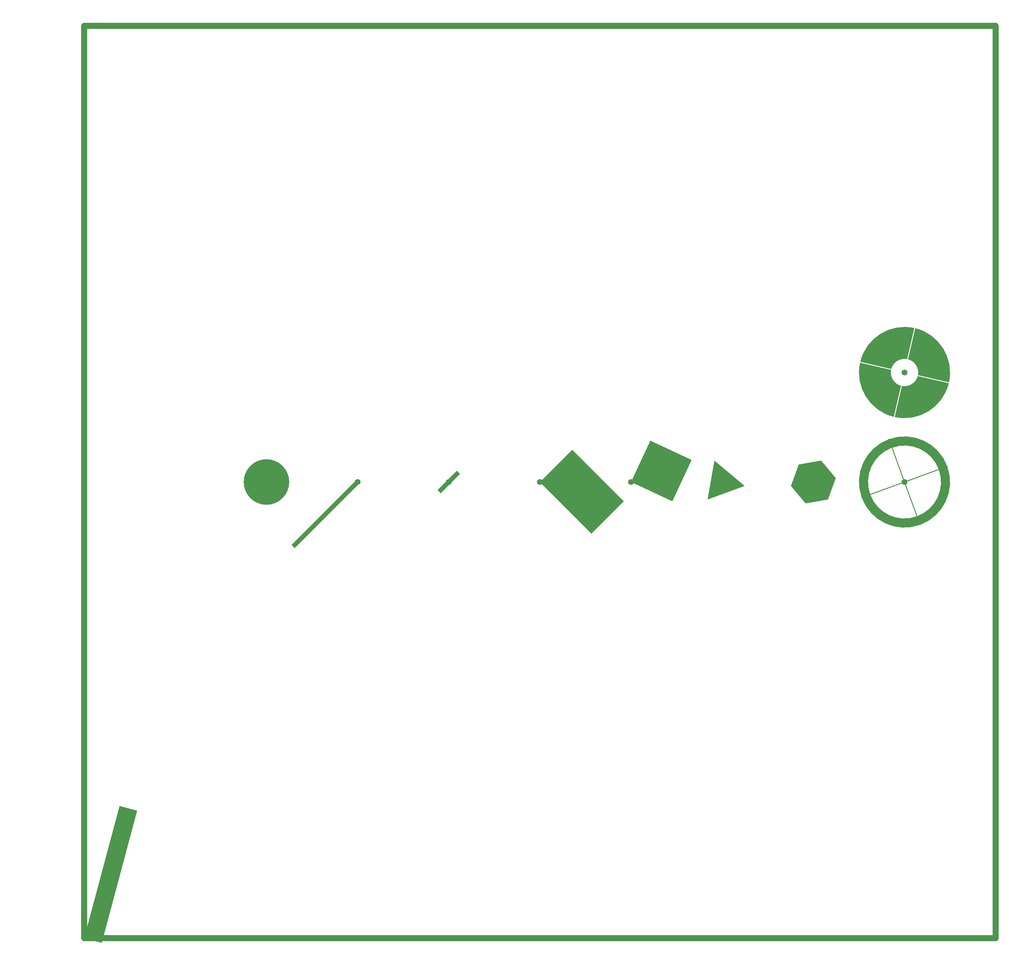
<source format=gbr>
G04 Verification of all aperture macros *
G04 Handcoded by Stefan Petersen *
%MOIN*%
%FSLAX23Y23*%
%OFA0.0000B0.0000*%
G90*
%AMCIRCLE*
0 this is a comment*
1,1,$1,0,0*
%
%AMVECTOR*
2,1,$1,0,0,$2,$3,-135*
%
%AMVECTOR1*
2,1,0.3,0,0,1,1,-15*
%
%AMLINE1*
21,1,$1,$2,0,0,-135*
%
%AMLINE*
21,1,0.3,0.03,0,0,-135*
%
%AMLINE2*
22,1,$1,$2,0,0,-45*
%
%AMLINELOWLEFT*
22,1,0.2,1.5,0,0,-15*
%
%AMOUTLINE*
4,1,3,0.0,0.0,0.0,0.5,0.5,0.5,0.5,0.0,-25*
%
%AMPOLYGON*
5,1,$1,0,0,0.5,$2*
%
%AMMOIRE*
6,0,0,1.0,0.1,0.4,2,0.01,1,20*
%
%AMTHERMAL*
7,0,0,1.0,0.3,0.01,-13*
%
%ADD10C,0.0650*%
%ADD11CIRCLE,.5*%
%ADD12VECTOR,0.05X1X0*%
%ADD13LINE1,0.3X0.05*%
%ADD14LINE2,0.8X0.5*%
%ADD15OUTLINE*%
%ADD16POLYGON,3X-10*%
%ADD17POLYGON,6X10*%
%ADD18MOIRE*%
%ADD19THERMAL*%
%ADD20LINELOWLEFT*%
G04 Outline*
X0Y0D02*
G54D10*
X0Y0D01*
X10000D01*
Y10000D01*
X0D01*
Y0D01*
G04 Dots *
X2000Y5000D03*
X3000D03*
X4000D03*
X5000D03*
X6000D03*
X7000D03*
X8000D03*
X9000D03*
Y6200X9000D03*
G04 Draw circle*
G54D11*
X2000Y5000D03*
G04 Draw line vector *
G54D12*
X3000D03*
G04 Draw line center *
G54D13*
X4000D03*
G04 Draw line lower left *
G54D14*
X5000D03*
G04 Draw outline *
G54D15*
X6000D03*
G04 Draw polygon 1 *
G54D16*
X7000D03*
G04 Draw polygon 1 *
G54D17*
X8000D03*
G04 Draw Moire *
G54D18*
X9000D03*
G04 Draw vector at 0,0*
G54D20*
X00000Y00000D03*
G04 Draw Thermal *
G54D19*
Y6200X9000D03*
M02*

</source>
